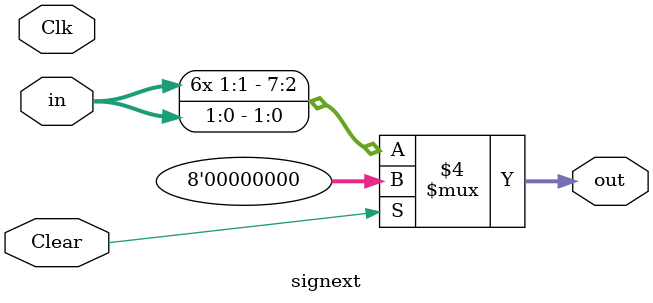
<source format=v>
`timescale 1ns / 1ps
module signext(
    input [1:0] in,
    output reg [7:0] out,
	 input Clear,
	 input Clk
    );

	always @(*) begin
		if (Clear) out <= 0;
		else out <= {in[1], in[1], in[1], in[1], in[1], in[1], in};
	end
	
	initial begin
		out = 0;
	end

endmodule

</source>
